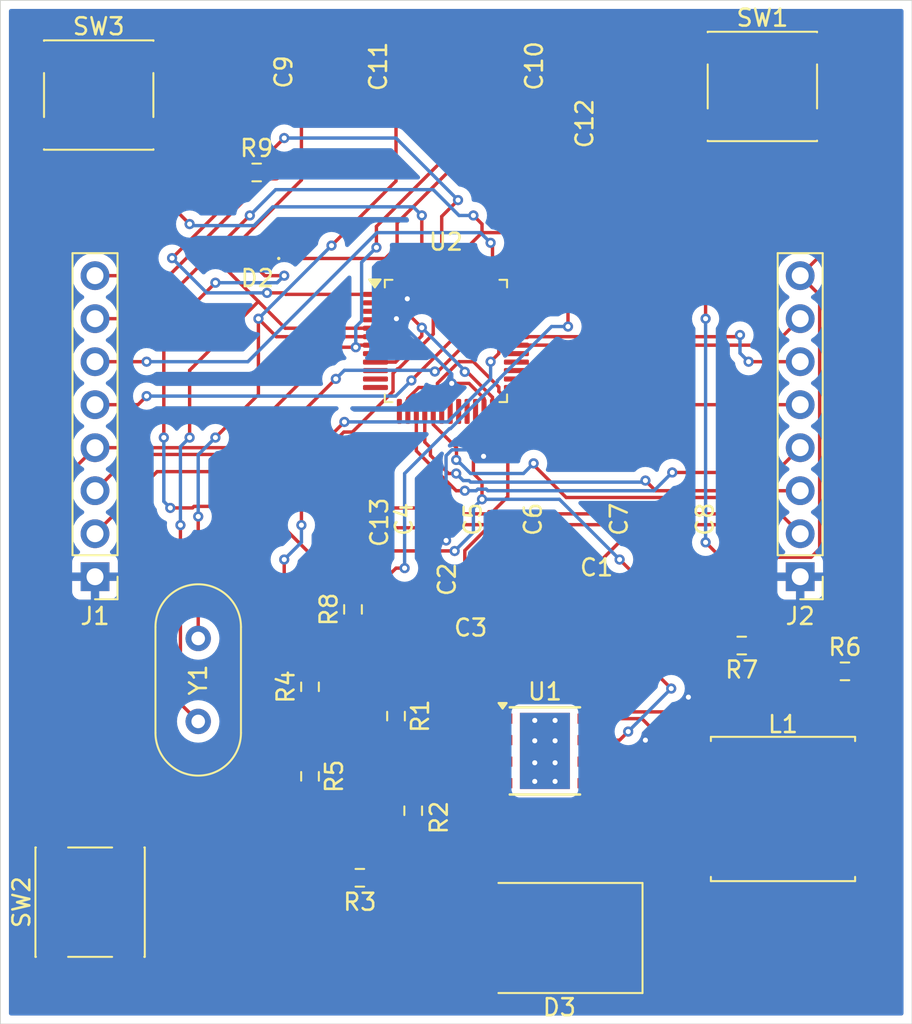
<source format=kicad_pcb>
(kicad_pcb (version 20240108) (generator "pcbnew") (generator_version "8.0")
  (layers (0 "F.Cu" signal) (31 "B.Cu" signal) (34 "B.Paste" user) (35 "F.Paste" user) (36 "B.SilkS" user "B.Silkscreen") (37 "F.SilkS" user "F.Silkscreen") (38 "B.Mask" user) (39 "F.Mask" user) (44 "Edge.Cuts" user))
  (net 0 "")
  (net 1 "+12")
  (net 2 "GND")
  (net 3 "+3.3")
  (net 4 "Net-(U1-BOOT)")
  (net 5 "Net-(D3-K)")
  (net 6 "3.3v")
  (net 7 "/HSE_IN")
  (net 8 "NRST")
  (net 9 "/HSE_OUT")
  (net 10 "Net-(C12-Pad1)")
  (net 11 "Net-(U2-PB11)")
  (net 12 "Net-(D2-A)")
  (net 13 "USART1_RX")
  (net 14 "SWDCLK")
  (net 15 "SWDIO")
  (net 16 "USART1_TX")
  (net 17 "I2C1_SDA")
  (net 18 "I2C1_SCLK")
  (net 19 "PA5")
  (net 20 "PA4")
  (net 21 "PA6")
  (net 22 "PA7")
  (net 23 "feedback")
  (net 24 "Net-(R2-Pad2)")
  (net 25 "Net-(U2-BOOT0)")
  (net 52 "LED2")
  (net 54 "LED1")
  (net 62 "USART2_RX")
  (net 65 "USART2_TX")
  (footprint "Capacitor_SMD:C_0201_0603Metric" (layer "F.Cu") (at 144.272 104.303 90)
    (property "Reference" "C8")
    (property "Value" "100u")
  )
  (footprint "Resistor_SMD:R_0603_1608Metric_Pad0.98x0.95mm_HandSolder" (layer "F.Cu") (at 119.888 119.4835 -90)
    (property "Reference" "R5")
    (property "Value" "10k")
  )
  (footprint "Resistor_SMD:R_0603_1608Metric_Pad0.98x0.95mm_HandSolder" (layer "F.Cu") (at 125.984 121.5155 -90)
    (property "Reference" "R2")
    (property "Value" "5k6")
  )
  (footprint "Package_QFP:LQFP-48_7x7mm_P0.5mm" (layer "F.Cu") (at 127.9175 93.77)
    (property "Reference" "U2")
    (property "Value" "STM32F030C8Tx")
  )
  (footprint "Capacitor_SMD:C_0201_0603Metric" (layer "F.Cu") (at 137.16 80.935 90)
    (property "Reference" "C12")
    (property "Value" "10p")
  )
  (footprint "Button_Switch_SMD:SW_SPST_PTS645" (layer "F.Cu") (at 106.898 126.916 90)
    (property "Reference" "SW2")
    (property "Value" "SW_Push")
  )
  (footprint "Button_Switch_SMD:SW_SPST_PTS645" (layer "F.Cu") (at 146.61 78.74)
    (property "Reference" "SW1")
    (property "Value" "SW_Push")
  )
  (footprint "Capacitor_SMD:C_0201_0603Metric" (layer "F.Cu") (at 122.936 104.485 -90)
    (property "Reference" "C13")
    (property "Value" "100n")
  )
  (footprint "Capacitor_SMD:C_0201_0603Metric" (layer "F.Cu") (at 129.032 107.859 90)
    (property "Reference" "C2")
    (property "Value" "220u")
  )
  (footprint "Resistor_SMD:R_0603_1608Metric_Pad0.98x0.95mm_HandSolder" (layer "F.Cu") (at 124.968 115.9275 -90)
    (property "Reference" "R1")
    (property "Value" "10k")
  )
  (footprint "Connector_PinHeader_2.54mm:PinHeader_1x08_P2.54mm_Vertical" (layer "F.Cu") (at 148.844 107.696 180)
    (property "Reference" "J2")
    (property "Value" "Conn_01x08_Pin")
  )
  (footprint "Resistor_SMD:R_0603_1608Metric_Pad0.98x0.95mm_HandSolder" (layer "F.Cu") (at 151.4875 113.284)
    (property "Reference" "R6")
    (property "Value" "100k")
  )
  (footprint "Inductor_SMD:L_Changjiang_FNR8065S" (layer "F.Cu") (at 147.828 121.412)
    (property "Reference" "L1")
    (property "Value" "15uH")
  )
  (footprint "Resistor_SMD:R_0603_1608Metric_Pad0.98x0.95mm_HandSolder" (layer "F.Cu") (at 122.8325 125.476 180)
    (property "Reference" "R3")
    (property "Value" "270")
  )
  (footprint "Capacitor_SMD:C_0201_0603Metric" (layer "F.Cu") (at 130.556 104.303 90)
    (property "Reference" "C5")
    (property "Value" "100u")
  )
  (footprint "Capacitor_SMD:C_0201_0603Metric" (layer "F.Cu") (at 136.815 108.204)
    (property "Reference" "C1")
    (property "Value" "10n")
  )
  (footprint "Crystal:Crystal_HC18-U_Vertical" (layer "F.Cu") (at 113.284 116.242 90)
    (property "Reference" "Y1")
    (property "Value" "8MHz")
  )
  (footprint "Resistor_SMD:R_0603_1608Metric_Pad0.98x0.95mm_HandSolder" (layer "F.Cu") (at 145.3915 111.76 180)
    (property "Reference" "R7")
    (property "Value" "1k")
  )
  (footprint "Resistor_SMD:R_0603_1608Metric_Pad0.98x0.95mm_HandSolder" (layer "F.Cu") (at 116.7365 83.82)
    (property "Reference" "R9")
    (property "Value" "2k2")
  )
  (footprint "Capacitor_SMD:C_0201_0603Metric" (layer "F.Cu") (at 132.08 77.53 -90)
    (property "Reference" "C10")
    (property "Value" "100n")
  )
  (footprint "Capacitor_SMD:C_0201_0603Metric" (layer "F.Cu") (at 129.377 111.76)
    (property "Reference" "C3")
    (property "Value" "10n")
  )
  (footprint "Capacitor_SMD:C_0201_0603Metric" (layer "F.Cu") (at 124.968 77.561 90)
    (property "Reference" "C11")
    (property "Value" "30p")
  )
  (footprint "Resistor_SMD:R_0603_1608Metric_Pad0.98x0.95mm_HandSolder" (layer "F.Cu") (at 119.888 114.1965 90)
    (property "Reference" "R4")
    (property "Value" "1k5")
  )
  (footprint "Capacitor_SMD:C_0201_0603Metric" (layer "F.Cu") (at 126.492 104.303 90)
    (property "Reference" "C4")
    (property "Value" "4u7")
  )
  (footprint "Capacitor_SMD:C_0201_0603Metric" (layer "F.Cu") (at 119.38 77.887 90)
    (property "Reference" "C9")
    (property "Value" "30p")
  )
  (footprint "Button_Switch_SMD:SW_SPST_PTS645" (layer "F.Cu") (at 107.406 79.248)
    (property "Reference" "SW3")
    (property "Value" "SW_Push")
  )
  (footprint "Connector_PinHeader_2.54mm:PinHeader_1x08_P2.54mm_Vertical" (layer "F.Cu") (at 107.188 107.696 180)
    (property "Reference" "J1")
    (property "Value" "Conn_01x08_Pin")
  )
  (footprint "Capacitor_SMD:C_0201_0603Metric" (layer "F.Cu") (at 134.112 104.303 90)
    (property "Reference" "C6")
    (property "Value" "100u")
  )
  (footprint "LED_SMD:LED_0402_1005Metric_Pad0.77x0.64mm_HandSolder" (layer "F.Cu") (at 116.7755 88.9 180)
    (property "Reference" "D2")
    (property "Value" "LED")
  )
  (footprint "Capacitor_SMD:C_0201_0603Metric" (layer "F.Cu") (at 139.192 104.303 90)
    (property "Reference" "C7")
    (property "Value" "100u")
  )
  (footprint "Diode_SMD:D_SMC" (layer "F.Cu") (at 134.62 129.032 180)
    (property "Reference" "D3")
    (property "Value" "B340")
  )
  (footprint "Resistor_SMD:R_0603_1608Metric_Pad0.98x0.95mm_HandSolder" (layer "F.Cu") (at 122.428 109.6245 90)
    (property "Reference" "R8")
    (property "Value" "2k2")
  )
  (footprint "Package_SO:TI_SO-PowerPAD-8_ThermalVias" (layer "F.Cu") (at 133.764 117.983)
    (property "Reference" "U1")
    (property "Value" "TPS5430DDA")
  )
  (gr_rect (start 101.6 73.66) (end 155.448 134.112) (stroke (width 0.05)) (fill none) (layer "Edge.Cuts"))
  (segment (start 138.684 116.84) (end 138.176 117.348) (width 0.2) (layer "F.Cu") (net 1))
  (segment (start 141.224 114.3) (end 136.495 109.571) (width 0.2) (layer "F.Cu") (net 1))
  (segment (start 138.176 117.348) (end 136.464 117.348) (width 0.2) (layer "F.Cu") (net 1))
  (segment (start 136.495 109.571) (end 136.495 108.204) (width 0.2) (layer "F.Cu") (net 1))
  (via (at 138.684 116.84) (size 0.6) (drill 0.3) (layers "F.Cu" "B.Cu") (net 1))
  (via (at 141.224 114.3) (size 0.6) (drill 0.3) (layers "F.Cu" "B.Cu") (net 1))
  (segment (start 141.224 114.3) (end 138.684 116.84) (width 0.2) (layer "B.Cu") (net 1))
  (segment (start 148.844 109.728) (end 152.4 113.284) (width 0.2) (layer "F.Cu") (net 2))
  (segment (start 129.281895 96.276985) (end 130.1675 97.16259) (width 0.2) (layer "F.Cu") (net 2))
  (segment (start 125.032455 88.202545) (end 125.6675 88.83759) (width 0.2) (layer "F.Cu") (net 2))
  (segment (start 124.992499 94.052411) (end 124.992499 92.457774) (width 0.2) (layer "F.Cu") (net 2))
  (segment (start 131.22 129.032) (end 137.539 122.713) (width 0.2) (layer "F.Cu") (net 2))
  (segment (start 109.148 130.896) (end 109.148 122.936) (width 0.2) (layer "F.Cu") (net 2))
  (segment (start 142.24 114.808) (end 142.24 113.284) (width 0.2) (layer "F.Cu") (net 2))
  (segment (start 125.032455 86.803545) (end 125.032455 88.202545) (width 0.2) (layer "F.Cu") (net 2))
  (segment (start 117.348 88.9) (end 124.335 88.9) (width 0.2) (layer "F.Cu") (net 2))
  (segment (start 107.188 120.976) (end 109.148 122.936) (width 0.2) (layer "F.Cu") (net 2))
  (segment (start 137.16 108.204) (end 137.135 108.204) (width 0.2) (layer "F.Cu") (net 2))
  (segment (start 124.968 77.241) (end 132.049 77.241) (width 0.2) (layer "F.Cu") (net 2))
  (segment (start 137.539 119.218) (end 136.939 118.618) (width 0.2) (layer "F.Cu") (net 2))
  (segment (start 119.706 77.241) (end 124.968 77.241) (width 0.2) (layer "F.Cu") (net 2))
  (segment (start 131.22 129.032) (end 125.476 129.032) (width 0.2) (layer "F.Cu") (net 2))
  (segment (start 136.939 118.618) (end 136.464 118.618) (width 0.2) (layer "F.Cu") (net 2))
  (segment (start 130.1675 97.9325) (end 130.1675 100.5565) (width 0.2) (layer "F.Cu") (net 2))
  (segment (start 130.1675 100.5565) (end 130.14 100.584) (width 0.2) (layer "F.Cu") (net 2))
  (segment (start 124.52491 94.52) (end 124.992499 94.052411) (width 0.2) (layer "F.Cu") (net 2))
  (segment (start 123.755 94.52) (end 124.52491 94.52) (width 0.2) (layer "F.Cu") (net 2))
  (segment (start 139.192 104.623) (end 144.272 104.623) (width 0.2) (layer "F.Cu") (net 2))
  (segment (start 122.936 104.805) (end 126.31 104.805) (width 0.2) (layer "F.Cu") (net 2))
  (segment (start 121.92 125.476) (end 121.92 124.968) (width 0.2) (layer "F.Cu") (net 2))
  (segment (start 134.112 104.623) (end 139.192 104.623) (width 0.2) (layer "F.Cu") (net 2))
  (segment (start 109.148 122.936) (end 119.888 122.936) (width 0.2) (layer "F.Cu") (net 2))
  (segment (start 148.844 107.696) (end 148.844 109.728) (width 0.2) (layer "F.Cu") (net 2))
  (segment (start 144.272 104.623) (end 147.345 107.696) (width 0.2) (layer "F.Cu") (net 2))
  (segment (start 127.424362 105.555362) (end 126.492 104.623) (width 0.2) (layer "F.Cu") (net 2))
  (segment (start 119.888 122.936) (end 119.888 120.396) (width 0.2) (layer "F.Cu") (net 2))
  (segment (start 107.188 107.696) (end 107.188 120.976) (width 0.2) (layer "F.Cu") (net 2))
  (segment (start 129.032 106.147) (end 130.556 104.623) (width 0.2) (layer "F.Cu") (net 2))
  (segment (start 131.221 80.615) (end 125.032455 86.803545) (width 0.2) (layer "F.Cu") (net 2))
  (segment (start 132.049 77.241) (end 132.08 77.21) (width 0.2) (layer "F.Cu") (net 2))
  (segment (start 137.83 119.218) (end 137.539 119.218) (width 0.2) (layer "F.Cu") (net 2))
  (segment (start 130.556 104.623) (end 134.112 104.623) (width 0.2) (layer "F.Cu") (net 2))
  (segment (start 130.1675 97.16259) (end 130.1675 97.9325) (width 0.2) (layer "F.Cu") (net 2))
  (segment (start 132.08 77.21) (end 132.582 77.21) (width 0.2) (layer "F.Cu") (net 2))
  (segment (start 128.259016 96.276985) (end 129.281895 96.276985) (width 0.2) (layer "F.Cu") (net 2))
  (segment (start 139.7 117.348) (end 137.83 119.218) (width 0.2) (layer "F.Cu") (net 2))
  (segment (start 132.582 77.21) (end 135.987 80.615) (width 0.2) (layer "F.Cu") (net 2))
  (segment (start 125.6675 88.83759) (end 125.6675 89.6075) (width 0.2) (layer "F.Cu") (net 2))
  (segment (start 137.135 108.204) (end 137.135 106.68) (width 0.2) (layer "F.Cu") (net 2))
  (segment (start 137.135 106.68) (end 139.192 104.623) (width 0.2) (layer "F.Cu") (net 2))
  (segment (start 147.345 107.696) (end 148.844 107.696) (width 0.2) (layer "F.Cu") (net 2))
  (segment (start 125.63472 89.64028) (end 125.6675 89.6075) (width 0.2) (layer "F.Cu") (net 2))
  (segment (start 137.16 80.615) (end 131.221 80.615) (width 0.2) (layer "F.Cu") (net 2))
  (segment (start 121.92 124.968) (end 119.888 122.936) (width 0.2) (layer "F.Cu") (net 2))
  (segment (start 137.539 122.713) (end 137.539 119.218) (width 0.2) (layer "F.Cu") (net 2))
  (segment (start 126.31 104.805) (end 126.492 104.623) (width 0.2) (layer "F.Cu") (net 2))
  (segment (start 129.032 107.539) (end 129.032 106.147) (width 0.2) (layer "F.Cu") (net 2))
  (segment (start 135.987 80.615) (end 137.16 80.615) (width 0.2) (layer "F.Cu") (net 2))
  (segment (start 125.63472 91.28128) (end 125.63472 89.64028) (width 0.2) (layer "F.Cu") (net 2))
  (segment (start 124.335 88.9) (end 125.032455 88.202545) (width 0.2) (layer "F.Cu") (net 2))
  (segment (start 142.24 113.284) (end 137.16 108.204) (width 0.2) (layer "F.Cu") (net 2))
  (segment (start 125.476 129.032) (end 121.92 125.476) (width 0.2) (layer "F.Cu") (net 2))
  (segment (start 127.927816 105.555362) (end 127.424362 105.555362) (width 0.2) (layer "F.Cu") (net 2))
  (segment (start 119.38 77.567) (end 119.706 77.241) (width 0.2) (layer "F.Cu") (net 2))
  (segment (start 126.492 104.623) (end 130.556 104.623) (width 0.2) (layer "F.Cu") (net 2))
  (via (at 142.24 114.808) (size 0.6) (drill 0.3) (layers "F.Cu" "B.Cu") (net 2))
  (via (at 124.992499 92.457774) (size 0.6) (drill 0.3) (layers "F.Cu" "B.Cu") (net 2))
  (via (at 130.14 100.584) (size 0.6) (drill 0.3) (layers "F.Cu" "B.Cu") (net 2))
  (via (at 139.7 117.348) (size 0.6) (drill 0.3) (layers "F.Cu" "B.Cu") (net 2))
  (via (at 128.259016 96.276985) (size 0.6) (drill 0.3) (layers "F.Cu" "B.Cu") (net 2))
  (via (at 125.63472 91.28128) (size 0.6) (drill 0.3) (layers "F.Cu" "B.Cu") (net 2))
  (via (at 127.927816 105.555362) (size 0.6) (drill 0.3) (layers "F.Cu" "B.Cu") (net 2))
  (segment (start 124.992499 92.480499) (end 124.992499 92.457774) (width 0.2) (layer "B.Cu") (net 2))
  (segment (start 142.24 114.808) (end 139.7 117.348) (width 0.2) (layer "B.Cu") (net 2))
  (segment (start 128.259016 95.724291) (end 124.992499 92.457774) (width 0.2) (layer "B.Cu") (net 2))
  (segment (start 129.755997 100.199997) (end 128.275471 100.199997) (width 0.2) (layer "B.Cu") (net 2))
  (segment (start 127.924 105.551546) (end 127.927816 105.555362) (width 0.2) (layer "B.Cu") (net 2))
  (segment (start 128.275471 100.199997) (end 127.924 100.551468) (width 0.2) (layer "B.Cu") (net 2))
  (segment (start 124.992499 91.923501) (end 125.63472 91.28128) (width 0.2) (layer "B.Cu") (net 2))
  (segment (start 127.924 100.551468) (end 127.924 105.551546) (width 0.2) (layer "B.Cu") (net 2))
  (segment (start 128.259016 96.276985) (end 128.259016 95.724291) (width 0.2) (layer "B.Cu") (net 2))
  (segment (start 124.992499 92.457774) (end 124.992499 91.923501) (width 0.2) (layer "B.Cu") (net 2))
  (segment (start 130.14 100.584) (end 129.755997 100.199997) (width 0.2) (layer "B.Cu") (net 2))
  (segment (start 145.094 115.678) (end 138.03 115.678) (width 0.2) (layer "F.Cu") (net 3))
  (segment (start 138.03 115.678) (end 130.531 108.179) (width 0.2) (layer "F.Cu") (net 3))
  (segment (start 119.888 115.109) (end 124.874 115.109) (width 0.2) (layer "F.Cu") (net 3))
  (segment (start 130.531 108.179) (end 129.032 108.179) (width 0.2) (layer "F.Cu") (net 3))
  (segment (start 129.032 108.204) (end 124.968 112.268) (width 0.2) (layer "F.Cu") (net 3))
  (segment (start 150.828 121.412) (end 145.094 115.678) (width 0.2) (layer "F.Cu") (net 3))
  (segment (start 129.032 108.179) (end 129.032 108.204) (width 0.2) (layer "F.Cu") (net 3))
  (segment (start 124.874 115.109) (end 124.968 115.015) (width 0.2) (layer "F.Cu") (net 3))
  (segment (start 124.968 112.268) (end 124.968 115.015) (width 0.2) (layer "F.Cu") (net 3))
  (segment (start 131.064 116.078) (end 129.057 114.071) (width 0.2) (layer "F.Cu") (net 4))
  (segment (start 129.057 114.071) (end 129.057 111.76) (width 0.2) (layer "F.Cu") (net 4))
  (segment (start 144.828 122.224) (end 144.828 121.412) (width 0.2) (layer "F.Cu") (net 5))
  (segment (start 136.464 116.078) (end 139.494 116.078) (width 0.2) (layer "F.Cu") (net 5))
  (segment (start 129.697 111.76) (end 132.146 111.76) (width 0.2) (layer "F.Cu") (net 5))
  (segment (start 138.02 129.032) (end 144.828 122.224) (width 0.2) (layer "F.Cu") (net 5))
  (segment (start 132.146 111.76) (end 136.464 116.078) (width 0.2) (layer "F.Cu") (net 5))
  (segment (start 139.494 116.078) (end 144.828 121.412) (width 0.2) (layer "F.Cu") (net 5))
  (segment (start 142.63 80.99) (end 150.59 80.99) (width 0.2) (layer "F.Cu") (net 6))
  (segment (start 147.034999 106.546) (end 144.471999 103.983) (width 0.2) (layer "F.Cu") (net 6))
  (segment (start 130.6675 97.096904) (end 129.166596 95.596) (width 0.2) (layer "F.Cu") (net 6))
  (segment (start 130.6675 97.9325) (end 131.572 98.837) (width 0.2) (layer "F.Cu") (net 6))
  (segment (start 124.52491 91.02) (end 126.492 92.98709) (width 0.2) (layer "F.Cu") (net 6))
  (segment (start 121.653 109.762) (end 121.653 104.649544) (width 0.2) (layer "F.Cu") (net 6))
  (segment (start 111.386 76.998) (end 111.386 79.382) (width 0.2) (layer "F.Cu") (net 6))
  (segment (start 139.192 103.983) (end 144.272 103.983) (width 0.2) (layer "F.Cu") (net 6))
  (segment (start 131.572 98.837) (end 131.572 102.967) (width 0.2) (layer "F.Cu") (net 6))
  (segment (start 148.844 89.916) (end 149.994 91.066) (width 0.2) (layer "F.Cu") (net 6))
  (segment (start 122.667544 103.635) (end 126.144 103.635) (width 0.2) (layer "F.Cu") (net 6))
  (segment (start 149.994 91.066) (end 149.994 106.038) (width 0.2) (layer "F.Cu") (net 6))
  (segment (start 124.944 95.02) (end 123.755 95.02) (width 0.2) (layer "F.Cu") (net 6))
  (segment (start 129.166596 95.596) (end 129.032 95.596) (width 0.2) (layer "F.Cu") (net 6))
  (segment (start 126.144 103.635) (end 126.492 103.983) (width 0.2) (layer "F.Cu") (net 6))
  (segment (start 149.994 106.038) (end 149.486 106.546) (width 0.2) (layer "F.Cu") (net 6))
  (segment (start 122.428 110.537) (end 121.653 109.762) (width 0.2) (layer "F.Cu") (net 6))
  (segment (start 131.572 102.967) (end 130.556 103.983) (width 0.2) (layer "F.Cu") (net 6))
  (segment (start 126.492 93.472) (end 124.944 95.02) (width 0.2) (layer "F.Cu") (net 6))
  (segment (start 115.824 83.82) (end 115.824 84.79647) (width 0.2) (layer "F.Cu") (net 6))
  (segment (start 149.486 106.546) (end 147.034999 106.546) (width 0.2) (layer "F.Cu") (net 6))
  (segment (start 150.59 88.17) (end 148.844 89.916) (width 0.2) (layer "F.Cu") (net 6))
  (segment (start 118.452 91.02) (end 123.755 91.02) (width 0.2) (layer "F.Cu") (net 6))
  (segment (start 134.112 103.983) (end 130.556 103.983) (width 0.2) (layer "F.Cu") (net 6))
  (segment (start 123.755 91.02) (end 124.52491 91.02) (width 0.2) (layer "F.Cu") (net 6))
  (segment (start 115.824 84.79647) (end 111.740235 88.880235) (width 0.2) (layer "F.Cu") (net 6))
  (segment (start 111.386 79.382) (end 115.824 83.82) (width 0.2) (layer "F.Cu") (net 6))
  (segment (start 139.192 103.983) (end 134.112 103.983) (width 0.2) (layer "F.Cu") (net 6))
  (segment (start 126.492 92.98709) (end 126.492 93.472) (width 0.2) (layer "F.Cu") (net 6))
  (segment (start 123.755 91.02) (end 125.1675 89.6075) (width 0.2) (layer "F.Cu") (net 6))
  (segment (start 117.348 90.932) (end 118.364 90.932) (width 0.2) (layer "F.Cu") (net 6))
  (segment (start 144.471999 103.983) (end 144.272 103.983) (width 0.2) (layer "F.Cu") (net 6))
  (segment (start 103.426 76.998) (end 111.386 76.998) (width 0.2) (layer "F.Cu") (net 6))
  (segment (start 121.653 104.649544) (end 122.667544 103.635) (width 0.2) (layer "F.Cu") (net 6))
  (segment (start 130.556 103.983) (end 126.492 103.983) (width 0.2) (layer "F.Cu") (net 6))
  (segment (start 150.59 80.99) (end 150.59 88.17) (width 0.2) (layer "F.Cu") (net 6))
  (segment (start 118.364 90.932) (end 118.452 91.02) (width 0.2) (layer "F.Cu") (net 6))
  (segment (start 130.6675 97.9325) (end 130.6675 97.096904) (width 0.2) (layer "F.Cu") (net 6))
  (via (at 117.348 90.932) (size 0.6) (drill 0.3) (layers "F.Cu" "B.Cu") (net 6))
  (via (at 126.492 92.98709) (size 0.6) (drill 0.3) (layers "F.Cu" "B.Cu") (net 6))
  (via (at 111.740235 88.880235) (size 0.6) (drill 0.3) (layers "F.Cu" "B.Cu") (net 6))
  (via (at 129.032 95.596) (size 0.6) (drill 0.3) (layers "F.Cu" "B.Cu") (net 6))
  (segment (start 129.032 95.52709) (end 126.492 92.98709) (width 0.2) (layer "B.Cu") (net 6))
  (segment (start 111.740235 88.880235) (end 113.792 90.932) (width 0.2) (layer "B.Cu") (net 6))
  (segment (start 113.792 90.932) (end 117.348 90.932) (width 0.2) (layer "B.Cu") (net 6))
  (segment (start 129.032 95.596) (end 129.032 95.52709) (width 0.2) (layer "B.Cu") (net 6))
  (segment (start 112.776 99.476) (end 112.776 95.504) (width 0.2) (layer "F.Cu") (net 7))
  (segment (start 118.42 93.02) (end 123.755 93.02) (width 0.2) (layer "F.Cu") (net 7))
  (segment (start 116.84 91.44) (end 118.42 93.02) (width 0.2) (layer "F.Cu") (net 7))
  (segment (start 119.38 78.207) (end 119.38 84.267456) (width 0.2) (layer "F.Cu") (net 7))
  (segment (start 112.234 104.648) (end 112.234 115.192) (width 0.2) (layer "F.Cu") (net 7))
  (segment (start 114.808 88.839456) (end 114.808 89.408) (width 0.2) (layer "F.Cu") (net 7))
  (segment (start 112.776 95.504) (end 116.84 91.44) (width 0.2) (layer "F.Cu") (net 7))
  (segment (start 119.38 84.267456) (end 114.808 88.839456) (width 0.2) (layer "F.Cu") (net 7))
  (segment (start 114.808 89.408) (end 116.84 91.44) (width 0.2) (layer "F.Cu") (net 7))
  (segment (start 112.234 115.192) (end 113.284 116.242) (width 0.2) (layer "F.Cu") (net 7))
  (via (at 112.234 104.648) (size 0.6) (drill 0.3) (layers "F.Cu" "B.Cu") (net 7))
  (via (at 112.776 99.476) (size 0.6) (drill 0.3) (layers "F.Cu" "B.Cu") (net 7))
  (segment (start 112.234 100.018) (end 112.776 99.476) (width 0.2) (layer "B.Cu") (net 7))
  (segment (start 112.234 104.648) (end 112.234 100.018) (width 0.2) (layer "B.Cu") (net 7))
  (segment (start 122.59 94.142) (end 122.712 94.02) (width 0.2) (layer "F.Cu") (net 8))
  (segment (start 122.59 94.142) (end 121.39 94.142) (width 0.2) (layer "F.Cu") (net 8))
  (segment (start 123.811272 87.008728) (end 132.08 78.74) (width 0.2) (layer "F.Cu") (net 8))
  (segment (start 132.08 78.74) (end 132.08 77.85) (width 0.2) (layer "F.Cu") (net 8))
  (segment (start 104.648 130.896) (end 104.648 122.936) (width 0.2) (layer "F.Cu") (net 8))
  (segment (start 115.456 100.076) (end 107.188 100.076) (width 0.2) (layer "F.Cu") (net 8))
  (segment (start 104.648 122.936) (end 104.648 102.616) (width 0.2) (layer "F.Cu") (net 8))
  (segment (start 121.39 94.142) (end 115.456 100.076) (width 0.2) (layer "F.Cu") (net 8))
  (segment (start 123.811272 88.251272) (end 123.811272 87.008728) (width 0.2) (layer "F.Cu") (net 8))
  (segment (start 122.712 94.02) (end 123.755 94.02) (width 0.2) (layer "F.Cu") (net 8))
  (segment (start 104.648 102.616) (end 107.188 100.076) (width 0.2) (layer "F.Cu") (net 8))
  (via (at 123.811272 88.251272) (size 0.6) (drill 0.3) (layers "F.Cu" "B.Cu") (net 8))
  (via (at 122.59 94.142) (size 0.6) (drill 0.3) (layers "F.Cu" "B.Cu") (net 8))
  (segment (start 122.936 92.596) (end 122.59 92.942) (width 0.2) (layer "B.Cu") (net 8))
  (segment (start 122.936 89.126544) (end 122.936 92.596) (width 0.2) (layer "B.Cu") (net 8))
  (segment (start 123.811272 88.251272) (end 122.936 89.126544) (width 0.2) (layer "B.Cu") (net 8))
  (segment (start 122.59 92.942) (end 122.59 94.142) (width 0.2) (layer "B.Cu") (net 8))
  (segment (start 116.84 92.456) (end 117.904 93.52) (width 0.2) (layer "F.Cu") (net 9))
  (segment (start 124.968 84.328) (end 124.968 77.881) (width 0.2) (layer "F.Cu") (net 9))
  (segment (start 113.284 104.14) (end 113.284 111.342) (width 0.2) (layer "F.Cu") (net 9))
  (segment (start 117.904 93.52) (end 123.755 93.52) (width 0.2) (layer "F.Cu") (net 9))
  (segment (start 114.3 99.476) (end 116.84 96.936) (width 0.2) (layer "F.Cu") (net 9))
  (segment (start 116.84 96.936) (end 116.84 92.456) (width 0.2) (layer "F.Cu") (net 9))
  (segment (start 121.158 88.138) (end 124.968 84.328) (width 0.2) (layer "F.Cu") (net 9))
  (via (at 113.284 104.14) (size 0.6) (drill 0.3) (layers "F.Cu" "B.Cu") (net 9))
  (via (at 116.84 92.456) (size 0.6) (drill 0.3) (layers "F.Cu" "B.Cu") (net 9))
  (via (at 121.158 88.138) (size 0.6) (drill 0.3) (layers "F.Cu" "B.Cu") (net 9))
  (via (at 114.3 99.476) (size 0.6) (drill 0.3) (layers "F.Cu" "B.Cu") (net 9))
  (segment (start 113.284 100.492) (end 114.3 99.476) (width 0.2) (layer "B.Cu") (net 9))
  (segment (start 121.158 88.138) (end 116.84 92.456) (width 0.2) (layer "B.Cu") (net 9))
  (segment (start 113.284 104.14) (end 113.284 100.492) (width 0.2) (layer "B.Cu") (net 9))
  (segment (start 143.256 86.646) (end 137.865 81.255) (width 0.2) (layer "F.Cu") (net 10))
  (segment (start 148.336 113.284) (end 150.575 113.284) (width 0.2) (layer "F.Cu") (net 10))
  (segment (start 142.63 76.49) (end 137.865 81.255) (width 0.2) (layer "F.Cu") (net 10))
  (segment (start 146.304 111.76) (end 146.812 111.76) (width 0.2) (layer "F.Cu") (net 10))
  (segment (start 143.256 92.456) (end 143.256 86.646) (width 0.2) (layer "F.Cu") (net 10))
  (segment (start 146.304 111.76) (end 146.304 108.712) (width 0.2) (layer "F.Cu") (net 10))
  (segment (start 146.812 111.76) (end 148.336 113.284) (width 0.2) (layer "F.Cu") (net 10))
  (segment (start 142.63 76.49) (end 150.59 76.49) (width 0.2) (layer "F.Cu") (net 10))
  (segment (start 137.865 81.255) (end 137.16 81.255) (width 0.2) (layer "F.Cu") (net 10))
  (segment (start 146.304 108.712) (end 143.256 105.664) (width 0.2) (layer "F.Cu") (net 10))
  (via (at 143.256 105.664) (size 0.6) (drill 0.3) (layers "F.Cu" "B.Cu") (net 10))
  (via (at 143.256 92.456) (size 0.6) (drill 0.3) (layers "F.Cu" "B.Cu") (net 10))
  (segment (start 143.256 105.664) (end 143.256 92.456) (width 0.2) (layer "B.Cu") (net 10))
  (segment (start 122.736001 104.165) (end 122.936 104.165) (width 0.2) (layer "F.Cu") (net 11))
  (segment (start 130.048 102.108) (end 129.54 101.6) (width 0.2) (layer "F.Cu") (net 11))
  (segment (start 143.256 111.76) (end 138.176 106.68) (width 0.2) (layer "F.Cu") (net 11))
  (segment (start 122.428 104.473001) (end 122.736001 104.165) (width 0.2) (layer "F.Cu") (net 11))
  (segment (start 129.6675 98.70241) (end 129.6675 97.9325) (width 0.2) (layer "F.Cu") (net 11))
  (segment (start 122.428 105.095456) (end 122.428 104.473001) (width 0.2) (layer "F.Cu") (net 11))
  (segment (start 123.504544 106.172) (end 122.428 105.095456) (width 0.2) (layer "F.Cu") (net 11))
  (segment (start 128.427508 106.172) (end 123.504544 106.172) (width 0.2) (layer "F.Cu") (net 11))
  (segment (start 128.432 106.176492) (end 128.427508 106.172) (width 0.2) (layer "F.Cu") (net 11))
  (segment (start 129.54 101.6) (end 129.54 98.82991) (width 0.2) (layer "F.Cu") (net 11))
  (segment (start 129.54 98.82991) (end 129.6675 98.70241) (width 0.2) (layer "F.Cu") (net 11))
  (segment (start 144.479 111.76) (end 143.256 111.76) (width 0.2) (layer "F.Cu") (net 11))
  (segment (start 130.048 103.124) (end 130.048 102.108) (width 0.2) (layer "F.Cu") (net 11))
  (via (at 138.176 106.68) (size 0.6) (drill 0.3) (layers "F.Cu" "B.Cu") (net 11))
  (via (at 128.432 106.176492) (size 0.6) (drill 0.3) (layers "F.Cu" "B.Cu") (net 11))
  (via (at 130.048 103.124) (size 0.6) (drill 0.3) (layers "F.Cu" "B.Cu") (net 11))
  (segment (start 129.54 105.068492) (end 129.54 103.632) (width 0.2) (layer "B.Cu") (net 11))
  (segment (start 130.048 103.124) (end 134.62 103.124) (width 0.2) (layer "B.Cu") (net 11))
  (segment (start 129.54 103.632) (end 130.048 103.124) (width 0.2) (layer "B.Cu") (net 11))
  (segment (start 128.432 106.176492) (end 129.54 105.068492) (width 0.2) (layer "B.Cu") (net 11))
  (segment (start 134.62 103.124) (end 138.176 106.68) (width 0.2) (layer "B.Cu") (net 11))
  (segment (start 118.364 89.916) (end 117.219 89.916) (width 0.2) (layer "F.Cu") (net 12))
  (segment (start 111.252 93.38) (end 114.3 90.332) (width 0.2) (layer "F.Cu") (net 12))
  (segment (start 117.088529 103.54) (end 119.888 106.339471) (width 0.2) (layer "F.Cu") (net 12))
  (segment (start 111.634 103.632) (end 112.943471 103.632) (width 0.2) (layer "F.Cu") (net 12))
  (segment (start 113.035471 103.54) (end 117.088529 103.54) (width 0.2) (layer "F.Cu") (net 12))
  (segment (start 119.888 106.339471) (end 119.888 113.284) (width 0.2) (layer "F.Cu") (net 12))
  (segment (start 112.943471 103.632) (end 113.035471 103.54) (width 0.2) (layer "F.Cu") (net 12))
  (segment (start 117.219 89.916) (end 116.203 88.9) (width 0.2) (layer "F.Cu") (net 12))
  (segment (start 111.252 99.476) (end 111.252 93.38) (width 0.2) (layer "F.Cu") (net 12))
  (via (at 111.634 103.632) (size 0.6) (drill 0.3) (layers "F.Cu" "B.Cu") (net 12))
  (via (at 111.252 99.476) (size 0.6) (drill 0.3) (layers "F.Cu" "B.Cu") (net 12))
  (via (at 118.364 89.916) (size 0.6) (drill 0.3) (layers "F.Cu" "B.Cu") (net 12))
  (via (at 114.3 90.332) (size 0.6) (drill 0.3) (layers "F.Cu" "B.Cu") (net 12))
  (segment (start 111.634 103.632) (end 111.252 103.25) (width 0.2) (layer "B.Cu") (net 12))
  (segment (start 111.252 103.25) (end 111.252 99.476) (width 0.2) (layer "B.Cu") (net 12))
  (segment (start 114.3 90.332) (end 117.948 90.332) (width 0.2) (layer "B.Cu") (net 12))
  (segment (start 117.948 90.332) (end 118.364 89.916) (width 0.2) (layer "B.Cu") (net 12))
  (segment (start 127.262568 95.576373) (end 127.435627 95.576373) (width 0.2) (layer "F.Cu") (net 13))
  (segment (start 132.08 93.52) (end 145.188 93.52) (width 0.2) (layer "F.Cu") (net 13))
  (segment (start 109.328 100.476) (end 107.188 102.616) (width 0.2) (layer "F.Cu") (net 13))
  (segment (start 145.796 94.996) (end 148.844 94.996) (width 0.2) (layer "F.Cu") (net 13))
  (segment (start 129.492 93.52) (end 132.08 93.52) (width 0.2) (layer "F.Cu") (net 13))
  (segment (start 127.435627 95.576373) (end 129.492 93.52) (width 0.2) (layer "F.Cu") (net 13))
  (segment (start 145.188 93.52) (end 145.288 93.42) (width 0.2) (layer "F.Cu") (net 13))
  (segment (start 116.948 100.476) (end 109.328 100.476) (width 0.2) (layer "F.Cu") (net 13))
  (segment (start 121.412 96.012) (end 116.948 100.476) (width 0.2) (layer "F.Cu") (net 13))
  (via (at 145.288 93.42) (size 0.6) (drill 0.3) (layers "F.Cu" "B.Cu") (net 13))
  (via (at 121.412 96.012) (size 0.6) (drill 0.3) (layers "F.Cu" "B.Cu") (net 13))
  (via (at 145.796 94.996) (size 0.6) (drill 0.3) (layers "F.Cu" "B.Cu") (net 13))
  (via (at 127.262568 95.576373) (size 0.6) (drill 0.3) (layers "F.Cu" "B.Cu") (net 13))
  (segment (start 121.92 95.504) (end 127.190195 95.504) (width 0.2) (layer "B.Cu") (net 13))
  (segment (start 145.288 93.42) (end 145.288 94.488) (width 0.2) (layer "B.Cu") (net 13))
  (segment (start 145.288 94.488) (end 145.796 94.996) (width 0.2) (layer "B.Cu") (net 13))
  (segment (start 121.412 96.012) (end 121.92 95.504) (width 0.2) (layer "B.Cu") (net 13))
  (segment (start 127.190195 95.504) (end 127.262568 95.576373) (width 0.2) (layer "B.Cu") (net 13))
  (segment (start 130.6675 88.0875) (end 130.6675 89.6075) (width 0.2) (layer "F.Cu") (net 14))
  (segment (start 130.556 87.976) (end 130.6675 88.0875) (width 0.2) (layer "F.Cu") (net 14))
  (segment (start 107.188 94.996) (end 110.236 94.996) (width 0.2) (layer "F.Cu") (net 14))
  (via (at 110.236 94.996) (size 0.6) (drill 0.3) (layers "F.Cu" "B.Cu") (net 14))
  (via (at 130.556 87.976) (size 0.6) (drill 0.3) (layers "F.Cu" "B.Cu") (net 14))
  (segment (start 116.218015 94.996) (end 123.838015 87.376) (width 0.2) (layer "B.Cu") (net 14))
  (segment (start 123.838015 87.376) (end 129.956 87.376) (width 0.2) (layer "B.Cu") (net 14))
  (segment (start 129.956 87.376) (end 130.556 87.976) (width 0.2) (layer "B.Cu") (net 14))
  (segment (start 110.236 94.996) (end 116.218015 94.996) (width 0.2) (layer "B.Cu") (net 14))
  (segment (start 109.728 97.536) (end 110.236 97.028) (width 0.2) (layer "F.Cu") (net 15))
  (segment (start 129.961563 92.02) (end 125.877563 96.104) (width 0.2) (layer "F.Cu") (net 15))
  (segment (start 132.08 92.02) (end 129.961563 92.02) (width 0.2) (layer "F.Cu") (net 15))
  (segment (start 107.188 97.536) (end 109.728 97.536) (width 0.2) (layer "F.Cu") (net 15))
  (via (at 125.877563 96.104) (size 0.6) (drill 0.3) (layers "F.Cu" "B.Cu") (net 15))
  (via (at 110.236 97.028) (size 0.6) (drill 0.3) (layers "F.Cu" "B.Cu") (net 15))
  (segment (start 125.877563 96.104) (end 124.953563 97.028) (width 0.2) (layer "B.Cu") (net 15))
  (segment (start 124.953563 97.028) (end 110.236 97.028) (width 0.2) (layer "B.Cu") (net 15))
  (segment (start 110.855798 101.488202) (end 118.983798 101.488202) (width 0.2) (layer "F.Cu") (net 16))
  (segment (start 107.188 105.156) (end 110.855798 101.488202) (width 0.2) (layer "F.Cu") (net 16))
  (segment (start 147.28 94.02) (end 148.844 92.456) (width 0.2) (layer "F.Cu") (net 16))
  (segment (start 131.0425 94.5095) (end 131.0425 94.28759) (width 0.2) (layer "F.Cu") (net 16))
  (segment (start 130.556 94.996) (end 131.0425 94.5095) (width 0.2) (layer "F.Cu") (net 16))
  (segment (start 131.0425 94.28759) (end 131.31009 94.02) (width 0.2) (layer "F.Cu") (net 16))
  (segment (start 132.08 94.02) (end 147.28 94.02) (width 0.2) (layer "F.Cu") (net 16))
  (segment (start 118.983798 101.488202) (end 121.92 98.552) (width 0.2) (layer "F.Cu") (net 16))
  (segment (start 131.31009 94.02) (end 132.08 94.02) (width 0.2) (layer "F.Cu") (net 16))
  (via (at 121.92 98.552) (size 0.6) (drill 0.3) (layers "F.Cu" "B.Cu") (net 16))
  (via (at 130.556 94.996) (size 0.6) (drill 0.3) (layers "F.Cu" "B.Cu") (net 16))
  (segment (start 121.92 98.552) (end 128.016 98.552) (width 0.2) (layer "B.Cu") (net 16))
  (segment (start 128.016 98.552) (end 130.556 96.012) (width 0.2) (layer "B.Cu") (net 16))
  (segment (start 130.556 96.012) (end 130.556 94.996) (width 0.2) (layer "B.Cu") (net 16))
  (segment (start 111.553 89.916) (end 107.188 89.916) (width 0.2) (layer "F.Cu") (net 17))
  (segment (start 117.649 82.503) (end 118.364 81.788) (width 0.2) (layer "F.Cu") (net 17))
  (segment (start 117.649 83.82) (end 111.553 89.916) (width 0.2) (layer "F.Cu") (net 17))
  (segment (start 127.6675 86.41603) (end 127.6675 89.6075) (width 0.2) (layer "F.Cu") (net 17))
  (segment (start 128.631765 85.451765) (end 127.6675 86.41603) (width 0.2) (layer "F.Cu") (net 17))
  (segment (start 117.649 83.82) (end 117.649 82.503) (width 0.2) (layer "F.Cu") (net 17))
  (via (at 118.364 81.788) (size 0.6) (drill 0.3) (layers "F.Cu" "B.Cu") (net 17))
  (via (at 128.631765 85.451765) (size 0.6) (drill 0.3) (layers "F.Cu" "B.Cu") (net 17))
  (segment (start 124.968 81.788) (end 128.631765 85.451765) (width 0.2) (layer "B.Cu") (net 17))
  (segment (start 118.364 81.788) (end 124.968 81.788) (width 0.2) (layer "B.Cu") (net 17))
  (segment (start 110.236 92.456) (end 116.332 86.36) (width 0.2) (layer "F.Cu") (net 18))
  (segment (start 129.54 86.36) (end 130.048 86.868) (width 0.2) (layer "F.Cu") (net 18))
  (segment (start 123.444 108.712) (end 122.428 108.712) (width 0.2) (layer "F.Cu") (net 18))
  (segment (start 130.048 86.868) (end 130.048 87.376) (width 0.2) (layer "F.Cu") (net 18))
  (segment (start 128.43509 88.57) (end 128.1675 88.83759) (width 0.2) (layer "F.Cu") (net 18))
  (segment (start 130.048 87.376) (end 133.096 87.376) (width 0.2) (layer "F.Cu") (net 18))
  (segment (start 133.096 87.376) (end 135.128 89.408) (width 0.2) (layer "F.Cu") (net 18))
  (segment (start 128.1675 88.83759) (end 128.1675 89.6075) (width 0.2) (layer "F.Cu") (net 18))
  (segment (start 125.476 107.188) (end 124.968 107.188) (width 0.2) (layer "F.Cu") (net 18))
  (segment (start 124.968 107.188) (end 123.444 108.712) (width 0.2) (layer "F.Cu") (net 18))
  (segment (start 130.048 87.376) (end 128.854 88.57) (width 0.2) (layer "F.Cu") (net 18))
  (segment (start 135.128 89.408) (end 135.128 92.92) (width 0.2) (layer "F.Cu") (net 18))
  (segment (start 107.188 92.456) (end 110.236 92.456) (width 0.2) (layer "F.Cu") (net 18))
  (segment (start 128.854 88.57) (end 128.43509 88.57) (width 0.2) (layer "F.Cu") (net 18))
  (via (at 129.54 86.36) (size 0.6) (drill 0.3) (layers "F.Cu" "B.Cu") (net 18))
  (via (at 125.476 107.188) (size 0.6) (drill 0.3) (layers "F.Cu" "B.Cu") (net 18))
  (via (at 135.128 92.92) (size 0.6) (drill 0.3) (layers "F.Cu" "B.Cu") (net 18))
  (via (at 116.332 86.36) (size 0.6) (drill 0.3) (layers "F.Cu" "B.Cu") (net 18))
  (segment (start 130.956 96.177686) (end 128.181686 98.952) (width 0.2) (layer "B.Cu") (net 18))
  (segment (start 128.691471 86.36) (end 129.54 86.36) (width 0.2) (layer "B.Cu") (net 18))
  (segment (start 130.956 96.12) (end 130.956 96.177686) (width 0.2) (layer "B.Cu") (net 18))
  (segment (start 125.476 101.6) (end 125.476 107.188) (width 0.2) (layer "B.Cu") (net 18))
  (segment (start 127.167471 84.836) (end 128.691471 86.36) (width 0.2) (layer "B.Cu") (net 18))
  (segment (start 116.332 86.36) (end 117.856 84.836) (width 0.2) (layer "B.Cu") (net 18))
  (segment (start 128.124 98.952) (end 125.476 101.6) (width 0.2) (layer "B.Cu") (net 18))
  (segment (start 134.156 92.92) (end 130.956 96.12) (width 0.2) (layer "B.Cu") (net 18))
  (segment (start 135.128 92.92) (end 134.156 92.92) (width 0.2) (layer "B.Cu") (net 18))
  (segment (start 117.856 84.836) (end 127.167471 84.836) (width 0.2) (layer "B.Cu") (net 18))
  (segment (start 128.181686 98.952) (end 128.124 98.952) (width 0.2) (layer "B.Cu") (net 18))
  (segment (start 129.032 102.616) (end 128.524 102.616) (width 0.2) (layer "F.Cu") (net 19))
  (segment (start 126.1675 100.2595) (end 126.1675 97.9325) (width 0.2) (layer "F.Cu") (net 19))
  (segment (start 141.286266 101.537734) (end 147.382266 101.537734) (width 0.2) (layer "F.Cu") (net 19))
  (segment (start 128.524 102.616) (end 126.1675 100.2595) (width 0.2) (layer "F.Cu") (net 19))
  (segment (start 147.382266 101.537734) (end 148.844 100.076) (width 0.2) (layer "F.Cu") (net 19))
  (via (at 129.032 102.616) (size 0.6) (drill 0.3) (layers "F.Cu" "B.Cu") (net 19))
  (via (at 141.286266 101.537734) (size 0.6) (drill 0.3) (layers "F.Cu" "B.Cu") (net 19))
  (segment (start 129.032 102.616) (end 129.707471 102.616) (width 0.2) (layer "B.Cu") (net 19))
  (segment (start 129.707471 102.616) (end 129.799471 102.524) (width 0.2) (layer "B.Cu") (net 19))
  (segment (start 130.296529 102.524) (end 130.388529 102.616) (width 0.2) (layer "B.Cu") (net 19))
  (segment (start 140.208 102.616) (end 141.286266 101.537734) (width 0.2) (layer "B.Cu") (net 19))
  (segment (start 130.388529 102.616) (end 140.208 102.616) (width 0.2) (layer "B.Cu") (net 19))
  (segment (start 129.799471 102.524) (end 130.296529 102.524) (width 0.2) (layer "B.Cu") (net 19))
  (segment (start 128.691471 94.996) (end 129.54 94.996) (width 0.2) (layer "F.Cu") (net 20))
  (segment (start 131.0425 96.4985) (end 131.0425 96.75241) (width 0.2) (layer "F.Cu") (net 20))
  (segment (start 125.6675 97.16259) (end 126.31009 96.52) (width 0.2) (layer "F.Cu") (net 20))
  (segment (start 129.54 94.996) (end 131.0425 96.4985) (width 0.2) (layer "F.Cu") (net 20))
  (segment (start 131.82609 97.536) (end 148.844 97.536) (width 0.2) (layer "F.Cu") (net 20))
  (segment (start 131.0425 96.75241) (end 131.82609 97.536) (width 0.2) (layer "F.Cu") (net 20))
  (segment (start 126.31009 96.52) (end 127.416 96.52) (width 0.2) (layer "F.Cu") (net 20))
  (segment (start 127.416 96.271471) (end 128.691471 94.996) (width 0.2) (layer "F.Cu") (net 20))
  (segment (start 125.6675 97.9325) (end 125.6675 97.16259) (width 0.2) (layer "F.Cu") (net 20))
  (segment (start 127.416 96.52) (end 127.416 96.271471) (width 0.2) (layer "F.Cu") (net 20))
  (segment (start 127 100.526314) (end 127 100.076) (width 0.2) (layer "F.Cu") (net 21))
  (segment (start 128.524 101.6) (end 128.073686 101.6) (width 0.2) (layer "F.Cu") (net 21))
  (segment (start 128.073686 101.6) (end 127 100.526314) (width 0.2) (layer "F.Cu") (net 21))
  (segment (start 139.7 102.016) (end 140.3 102.616) (width 0.2) (layer "F.Cu") (net 21))
  (segment (start 140.3 102.616) (end 148.844 102.616) (width 0.2) (layer "F.Cu") (net 21))
  (segment (start 127 100.076) (end 126.6675 99.7435) (width 0.2) (layer "F.Cu") (net 21))
  (segment (start 126.6675 99.7435) (end 126.6675 97.9325) (width 0.2) (layer "F.Cu") (net 21))
  (via (at 128.524 101.6) (size 0.6) (drill 0.3) (layers "F.Cu" "B.Cu") (net 21))
  (via (at 139.7 102.016) (size 0.6) (drill 0.3) (layers "F.Cu" "B.Cu") (net 21))
  (segment (start 129.372529 102.108) (end 129.280529 102.016) (width 0.2) (layer "B.Cu") (net 21))
  (segment (start 129.280529 102.016) (end 128.94 102.016) (width 0.2) (layer "B.Cu") (net 21))
  (segment (start 139.7 102.016) (end 139.608 102.108) (width 0.2) (layer "B.Cu") (net 21))
  (segment (start 128.94 102.016) (end 128.524 101.6) (width 0.2) (layer "B.Cu") (net 21))
  (segment (start 139.608 102.108) (end 129.372529 102.108) (width 0.2) (layer "B.Cu") (net 21))
  (segment (start 146.704 103.016) (end 148.844 105.156) (width 0.2) (layer "F.Cu") (net 22))
  (segment (start 133.096 101.092) (end 135.02 103.016) (width 0.2) (layer "F.Cu") (net 22))
  (segment (start 133.096 101) (end 133.096 101.092) (width 0.2) (layer "F.Cu") (net 22))
  (segment (start 135.02 103.016) (end 146.704 103.016) (width 0.2) (layer "F.Cu") (net 22))
  (segment (start 128.54109 100.782907) (end 128.54109 100.076) (width 0.2) (layer "F.Cu") (net 22))
  (segment (start 127.1675 98.70241) (end 127.1675 97.9325) (width 0.2) (layer "F.Cu") (net 22))
  (segment (start 128.54109 100.076) (end 127.1675 98.70241) (width 0.2) (layer "F.Cu") (net 22))
  (segment (start 128.524 100.799997) (end 128.54109 100.782907) (width 0.2) (layer "F.Cu") (net 22))
  (via (at 133.096 101) (size 0.6) (drill 0.3) (layers "F.Cu" "B.Cu") (net 22))
  (via (at 128.524 100.799997) (size 0.6) (drill 0.3) (layers "F.Cu" "B.Cu") (net 22))
  (segment (start 128.724003 101) (end 128.772529 101) (width 0.2) (layer "B.Cu") (net 22))
  (segment (start 128.524 100.799997) (end 128.724003 101) (width 0.2) (layer "B.Cu") (net 22))
  (segment (start 128.772529 101) (end 129.372529 101.6) (width 0.2) (layer "B.Cu") (net 22))
  (segment (start 132.496 101.6) (end 133.096 101) (width 0.2) (layer "B.Cu") (net 22))
  (segment (start 129.372529 101.6) (end 132.496 101.6) (width 0.2) (layer "B.Cu") (net 22))
  (segment (start 126.793 120.603) (end 127.508 119.888) (width 0.2) (layer "F.Cu") (net 23))
  (segment (start 127.508 119.888) (end 131.064 119.888) (width 0.2) (layer "F.Cu") (net 23))
  (segment (start 125.984 120.603) (end 126.793 120.603) (width 0.2) (layer "F.Cu") (net 23))
  (segment (start 125.984 117.856) (end 125.984 120.603) (width 0.2) (layer "F.Cu") (net 23))
  (segment (start 124.968 116.84) (end 125.984 117.856) (width 0.2) (layer "F.Cu") (net 23))
  (segment (start 123.745 124.667) (end 125.984 122.428) (width 0.2) (layer "F.Cu") (net 24))
  (segment (start 123.745 125.476) (end 123.745 124.667) (width 0.2) (layer "F.Cu") (net 24))
  (segment (start 124.7925 95.6795) (end 125.052 95.42) (width 0.2) (layer "F.Cu") (net 25))
  (segment (start 103.426 81.498) (end 111.386 81.498) (width 0.2) (layer "F.Cu") (net 25))
  (segment (start 119.38 104.648) (end 119.38 101.657686) (width 0.2) (layer "F.Cu") (net 25))
  (segment (start 118.364 117.047) (end 118.364 106.68) (width 0.2) (layer "F.Cu") (net 25))
  (segment (start 125.109686 95.42) (end 127.1675 93.362186) (width 0.2) (layer "F.Cu") (net 25))
  (segment (start 122.39291 99.152) (end 124.7925 96.75241) (width 0.2) (layer "F.Cu") (net 25))
  (segment (start 121.885686 99.152) (end 122.39291 99.152) (width 0.2) (layer "F.Cu") (net 25))
  (segment (start 127.1675 93.362186) (end 127.1675 89.6075) (width 0.2) (layer "F.Cu") (net 25))
  (segment (start 111.386 85.478) (end 112.776 86.868) (width 0.2) (layer "F.Cu") (net 25))
  (segment (start 126.492 86.36) (end 126.492 88.057) (width 0.2) (layer "F.Cu") (net 25))
  (segment (start 119.888 118.571) (end 118.364 117.047) (width 0.2) (layer "F.Cu") (net 25))
  (segment (start 127.1675 88.7325) (end 127.1675 89.6075) (width 0.2) (layer "F.Cu") (net 25))
  (segment (start 124.7925 96.75241) (end 124.7925 95.6795) (width 0.2) (layer "F.Cu") (net 25))
  (segment (start 125.052 95.42) (end 125.109686 95.42) (width 0.2) (layer "F.Cu") (net 25))
  (segment (start 111.386 81.498) (end 111.386 85.478) (width 0.2) (layer "F.Cu") (net 25))
  (segment (start 119.38 101.657686) (end 121.885686 99.152) (width 0.2) (layer "F.Cu") (net 25))
  (segment (start 126.492 88.057) (end 127.1675 88.7325) (width 0.2) (layer "F.Cu") (net 25))
  (via (at 126.492 86.36) (size 0.6) (drill 0.3) (layers "F.Cu" "B.Cu") (net 25))
  (via (at 118.364 106.68) (size 0.6) (drill 0.3) (layers "F.Cu" "B.Cu") (net 25))
  (via (at 119.38 104.648) (size 0.6) (drill 0.3) (layers "F.Cu" "B.Cu") (net 25))
  (via (at 112.776 86.868) (size 0.6) (drill 0.3) (layers "F.Cu" "B.Cu") (net 25))
  (segment (start 119.38 105.664) (end 119.38 104.648) (width 0.2) (layer "B.Cu") (net 25))
  (segment (start 112.868 86.96) (end 112.776 86.868) (width 0.2) (layer "B.Cu") (net 25))
  (segment (start 118.364 106.68) (end 119.38 105.664) (width 0.2) (layer "B.Cu") (net 25))
  (segment (start 116.580529 86.96) (end 112.868 86.96) (width 0.2) (layer "B.Cu") (net 25))
  (segment (start 126.492 86.36) (end 125.984 85.852) (width 0.2) (layer "B.Cu") (net 25))
  (segment (start 125.984 85.852) (end 117.688529 85.852) (width 0.2) (layer "B.Cu") (net 25))
  (segment (start 117.688529 85.852) (end 116.580529 86.96) (width 0.2) (layer "B.Cu") (net 25))
  (zone (net 2) (net_name "GND") (layer "B.Cu") (connect_pads (clearance 0.5)) (min_thickness 0.25) (fill yes (thermal_gap 0.5) (thermal_bridge_width 0.5))
    (polygon (pts (xy 155.448 73.66) (xy 155.448 134.112) (xy 101.6 134.112) (xy 101.6 73.66)))
  )
)
</source>
